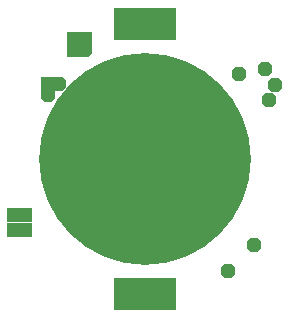
<source format=gbs>
G75*
%MOIN*%
%OFA0B0*%
%FSLAX25Y25*%
%IPPOS*%
%LPD*%
%AMOC8*
5,1,8,0,0,1.08239X$1,22.5*
%
%ADD10C,0.70600*%
%ADD11R,0.20600X0.10600*%
%ADD12R,0.04756X0.04756*%
%ADD13OC8,0.04756*%
%ADD14R,0.04362X0.04362*%
D10*
X0108000Y0083000D03*
D11*
X0108000Y0038000D03*
X0108000Y0128000D03*
D12*
X0064250Y0059250D03*
X0068000Y0059250D03*
X0068000Y0064250D03*
X0064250Y0064250D03*
X0075500Y0108000D03*
X0084250Y0119250D03*
X0084250Y0123000D03*
X0088000Y0123000D03*
D13*
X0088000Y0119250D03*
X0079250Y0108000D03*
X0075500Y0104250D03*
X0139250Y0111125D03*
X0148000Y0113000D03*
X0151125Y0107375D03*
X0149250Y0102375D03*
X0144250Y0054250D03*
X0135500Y0045500D03*
X0113000Y0050500D03*
D14*
X0114250Y0038000D03*
X0108000Y0038000D03*
X0101750Y0038000D03*
X0101750Y0128000D03*
X0108000Y0128000D03*
X0114250Y0128000D03*
M02*

</source>
